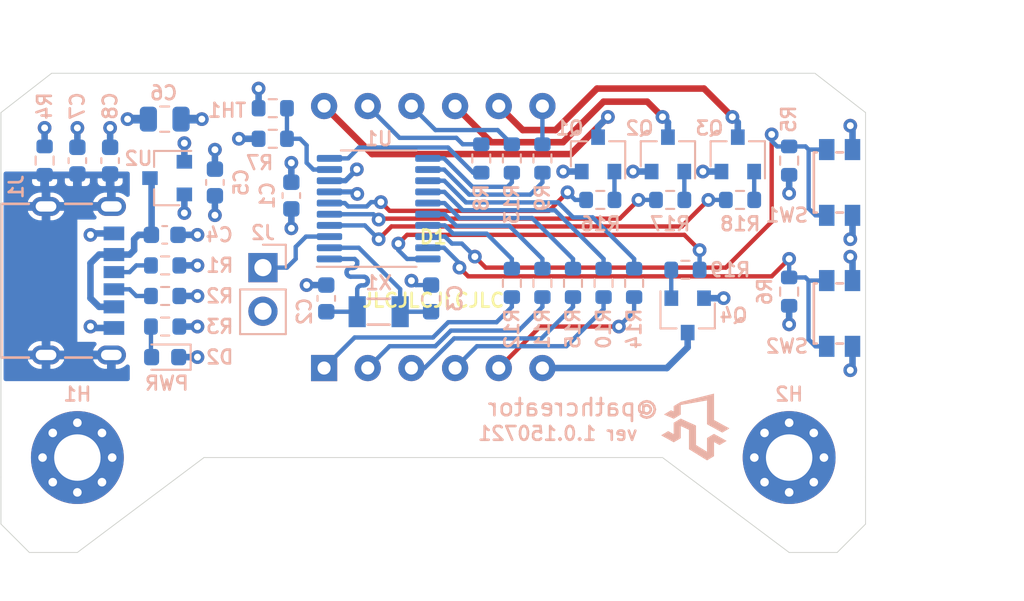
<source format=kicad_pcb>
(kicad_pcb (version 20171130) (host pcbnew "(5.1.10)-1")
  (title_block (title "Eternal Clock") (date 2021-07-15) (rev 1.0) (comment 2 "Victor B"))
  (layers (0 F.Cu signal) (1 In1.Cu_3.3V power) (2 In2.Cu_GND power) (31 B.Cu signal) (34 B.Paste user) (35 F.Paste user) (36 B.SilkS user) (37 F.SilkS user) (38 B.Mask user) (39 F.Mask user) (44 Edge.Cuts user))
  (net 0 "")
  (net 1 "/7-SEG DISPLAY/G")
  (net 2 "/7-SEG DISPLAY/F")
  (net 3 "/7-SEG DISPLAY/CC1")
  (net 4 "/7-SEG DISPLAY/A")
  (net 5 "/7-SEG DISPLAY/B")
  (net 6 "/7-SEG DISPLAY/DP")
  (net 7 "/7-SEG DISPLAY/C")
  (net 8 "/7-SEG DISPLAY/D")
  (net 9 "/7-SEG DISPLAY/E")
  (net 10 "/7-SEG DISPLAY/CC2")
  (net 11 "/7-SEG DISPLAY/CC3")
  (net 12 "/7-SEG DISPLAY/CC4")
  (net 13 GND)
  (net 14 +3V3)
  (net 15 +5V)
  (net 16 /LSE_IN)
  (net 17 /LSE_OUT)
  (net 18 "Net-(C7-Pad1)")
  (net 19 "Net-(J1-PadB5)")
  (net 20 "Net-(J1-PadA5)")
  (net 21 SWIM)
  (net 22 "Net-(Q1-Pad1)")
  (net 23 "Net-(Q2-Pad1)")
  (net 24 "Net-(Q3-Pad1)")
  (net 25 "Net-(Q4-Pad1)")
  (net 26 /BTN_UP)
  (net 27 /BTN_SET)
  (net 28 /ADC_TEMP)
  (net 29 /SEG_A)
  (net 30 /SEG_B)
  (net 31 /SEG_C)
  (net 32 /SEG_D)
  (net 33 /SEG_E)
  (net 34 /SEG_F)
  (net 35 /SEG_G)
  (net 36 /SEG_DP)
  (net 37 /DIG_1)
  (net 38 /DIG_2)
  (net 39 /DIG_3)
  (net 40 /DIG_4)
  (net 41 "Net-(D2-Pad2)")
  (module Package_TO_SOT_SMD:SOT-23 (layer B.Cu) (at 68.514 23.765 90)
    (fp_text reference Q3 (at 1.524 -1.651) (layer B.SilkS) (effects (font (size 0.8 0.8) (thickness 0.153)) (justify mirror)))
    (fp_text value 2N7002)
    (pad 3 smd rect (at 1 0 90) (size 0.9 0.8) (layers B.Cu B.Paste B.Mask) (net 11 "/7-SEG DISPLAY/CC3"))
    (pad 2 smd rect (at -1 -0.95 90) (size 0.9 0.8) (layers B.Cu B.Paste B.Mask) (net 13 GND))
    (pad 1 smd rect (at -1 0.95 90) (size 0.9 0.8) (layers B.Cu B.Paste B.Mask) (net 24 "Net-(Q3-Pad1)"))
  )
  (module _my_clock:logo_pathcreator (layer B.Cu) (at 66.04 39.624 180)
    (fp_text reference G*** hide)
    (fp_text value LOGO hide)
  )
  (module Package_SO:TSSOP-20_4.4x6.5mm_P0.65mm (layer B.Cu) (at 47.625 26.924)
    (fp_text reference U1 (at 0 -4.064) (layer B.SilkS) (effects (font (size 0.8 0.8) (thickness 0.153)) (justify mirror)))
    (fp_text value STM8L051F3P)
    (pad 20 smd roundrect (at 2.8625 2.925) (size 1.475 0.4) (layers B.Cu B.Paste B.Mask) (net 40 /DIG_4))
    (pad 19 smd roundrect (at 2.8625 2.275) (size 1.475 0.4) (layers B.Cu B.Paste B.Mask) (net 27 /BTN_SET))
    (pad 18 smd roundrect (at 2.8625 1.625) (size 1.475 0.4) (layers B.Cu B.Paste B.Mask) (net 26 /BTN_UP))
    (pad 17 smd roundrect (at 2.8625 0.975) (size 1.475 0.4) (layers B.Cu B.Paste B.Mask) (net 33 /SEG_E))
    (pad 16 smd roundrect (at 2.8625 0.325) (size 1.475 0.4) (layers B.Cu B.Paste B.Mask) (net 32 /SEG_D))
    (pad 15 smd roundrect (at 2.8625 -0.325) (size 1.475 0.4) (layers B.Cu B.Paste B.Mask) (net 36 /SEG_DP))
    (pad 14 smd roundrect (at 2.8625 -0.975) (size 1.475 0.4) (layers B.Cu B.Paste B.Mask) (net 31 /SEG_C))
    (pad 13 smd roundrect (at 2.8625 -1.625) (size 1.475 0.4) (layers B.Cu B.Paste B.Mask) (net 35 /SEG_G))
    (pad 12 smd roundrect (at 2.8625 -2.275) (size 1.475 0.4) (layers B.Cu B.Paste B.Mask) (net 30 /SEG_B))
    (pad 11 smd roundrect (at 2.8625 -2.925) (size 1.475 0.4) (layers B.Cu B.Paste B.Mask) (net 34 /SEG_F))
    (pad 10 smd roundrect (at -2.8625 -2.925) (size 1.475 0.4) (layers B.Cu B.Paste B.Mask) (net 29 /SEG_A))
    (pad 9 smd roundrect (at -2.8625 -2.275) (size 1.475 0.4) (layers B.Cu B.Paste B.Mask) (net 28 /ADC_TEMP))
    (pad 8 smd roundrect (at -2.8625 -1.625) (size 1.475 0.4) (layers B.Cu B.Paste B.Mask) (net 14 +3V3))
    (pad 7 smd roundrect (at -2.8625 -0.975) (size 1.475 0.4) (layers B.Cu B.Paste B.Mask) (net 13 GND))
    (pad 6 smd roundrect (at -2.8625 -0.325) (size 1.475 0.4) (layers B.Cu B.Paste B.Mask) (net 37 /DIG_1))
    (pad 5 smd roundrect (at -2.8625 0.325) (size 1.475 0.4) (layers B.Cu B.Paste B.Mask) (net 38 /DIG_2))
    (pad 4 smd roundrect (at -2.8625 0.975) (size 1.475 0.4) (layers B.Cu B.Paste B.Mask) (net 39 /DIG_3))
    (pad 3 smd roundrect (at -2.8625 1.625) (size 1.475 0.4) (layers B.Cu B.Paste B.Mask) (net 21 SWIM))
    (pad 2 smd roundrect (at -2.8625 2.275) (size 1.475 0.4) (layers B.Cu B.Paste B.Mask) (net 17 /LSE_OUT))
    (pad 1 smd roundrect (at -2.8625 2.925) (size 1.475 0.4) (layers B.Cu B.Paste B.Mask) (net 16 /LSE_IN))
  )
  (module Capacitor_SMD:C_0805_2012Metric (layer B.Cu) (at 35.179 21.717 180)
    (fp_text reference C6 (at 0.061 1.524) (layer B.SilkS) (effects (font (size 0.8 0.8) (thickness 0.153)) (justify mirror)))
    (fp_text value 10u)
    (pad 2 smd roundrect (at 0.95 0 180) (size 1 1.45) (layers B.Cu B.Paste B.Mask) (net 13 GND))
    (pad 1 smd roundrect (at -0.95 0 180) (size 1 1.45) (layers B.Cu B.Paste B.Mask) (net 14 +3V3))
  )
  (module LED_SMD:LED_0603_1608Metric (layer B.Cu) (at 35.2044 35.56 180)
    (fp_text reference D2 (at -3.175 0) (layer B.SilkS) (effects (font (size 0.8 0.8) (thickness 0.153)) (justify mirror)))
    (fp_text value TO-1608BC)
    (pad 2 smd roundrect (at 0.7875 0 180) (size 0.875 0.95) (layers B.Cu B.Paste B.Mask) (net 41 "Net-(D2-Pad2)"))
    (pad 1 smd roundrect (at -0.7875 0 180) (size 0.875 0.95) (layers B.Cu B.Paste B.Mask) (net 13 GND))
  )
  (module Connector_PinHeader_2.54mm:PinHeader_1x02_P2.54mm_Vertical (layer B.Cu) (at 40.894 30.353 180)
    (fp_text reference J2 (at 0 2.032) (layer B.SilkS) (effects (font (size 0.8 0.8) (thickness 0.153)) (justify mirror)))
    (fp_text value SWIM)
    (pad 2 thru_hole oval (at 0 -2.54 180) (size 1.7 1.7) (drill 1) (layers *.Cu *.Mask) (net 13 GND))
    (pad 1 thru_hole rect (at 0 0 180) (size 1.7 1.7) (drill 1) (layers *.Cu *.Mask) (net 21 SWIM))
  )
  (module Capacitor_SMD:C_0603_1608Metric (layer B.Cu) (at 32.004 24.13 90)
    (fp_text reference C8 (at 3.175 0 90) (layer B.SilkS) (effects (font (size 0.8 0.8) (thickness 0.153)) (justify mirror)))
    (fp_text value 10n)
    (pad 2 smd roundrect (at 0.775 0 90) (size 0.9 0.95) (layers B.Cu B.Paste B.Mask) (net 13 GND))
    (pad 1 smd roundrect (at -0.775 0 90) (size 0.9 0.95) (layers B.Cu B.Paste B.Mask) (net 18 "Net-(C7-Pad1)"))
  )
  (module Capacitor_SMD:C_0603_1608Metric (layer B.Cu) (at 30.099 24.13 90)
    (fp_text reference C7 (at 3.175 0 90) (layer B.SilkS) (effects (font (size 0.8 0.8) (thickness 0.153)) (justify mirror)))
    (fp_text value 0.1u)
    (pad 2 smd roundrect (at 0.775 0 90) (size 0.9 0.95) (layers B.Cu B.Paste B.Mask) (net 13 GND))
    (pad 1 smd roundrect (at -0.775 0 90) (size 0.9 0.95) (layers B.Cu B.Paste B.Mask) (net 18 "Net-(C7-Pad1)"))
  )
  (module Capacitor_SMD:C_0603_1608Metric (layer B.Cu) (at 50.673 32.144 90)
    (fp_text reference C3 (at 0.013 1.397 90) (layer B.SilkS) (effects (font (size 0.8 0.8) (thickness 0.153)) (justify mirror)))
    (fp_text value 12p)
    (pad 2 smd roundrect (at 0.775 0 90) (size 0.9 0.95) (layers B.Cu B.Paste B.Mask) (net 13 GND))
    (pad 1 smd roundrect (at -0.775 0 90) (size 0.9 0.95) (layers B.Cu B.Paste B.Mask) (net 17 /LSE_OUT))
  )
  (module Capacitor_SMD:C_0603_1608Metric (layer B.Cu) (at 44.577 32.144 90)
    (fp_text reference C2 (at -0.762 -1.27 90) (layer B.SilkS) (effects (font (size 0.8 0.8) (thickness 0.153)) (justify mirror)))
    (fp_text value 12p)
    (pad 2 smd roundrect (at 0.775 0 90) (size 0.9 0.95) (layers B.Cu B.Paste B.Mask) (net 13 GND))
    (pad 1 smd roundrect (at -0.775 0 90) (size 0.9 0.95) (layers B.Cu B.Paste B.Mask) (net 16 /LSE_IN))
  )
  (module Capacitor_SMD:C_0603_1608Metric (layer B.Cu) (at 38.1 25.4 90)
    (fp_text reference C5 (at 0 1.524 90) (layer B.SilkS) (effects (font (size 0.8 0.8) (thickness 0.153)) (justify mirror)))
    (fp_text value 1u)
    (pad 2 smd roundrect (at 0.775 0 90) (size 0.9 0.95) (layers B.Cu B.Paste B.Mask) (net 13 GND))
    (pad 1 smd roundrect (at -0.775 0 90) (size 0.9 0.95) (layers B.Cu B.Paste B.Mask) (net 14 +3V3))
  )
  (module Capacitor_SMD:C_0603_1608Metric (layer B.Cu) (at 35.179 28.448)
    (fp_text reference C4 (at 3.175 0) (layer B.SilkS) (effects (font (size 0.8 0.8) (thickness 0.153)) (justify mirror)))
    (fp_text value 1u)
    (pad 2 smd roundrect (at 0.775 0) (size 0.9 0.95) (layers B.Cu B.Paste B.Mask) (net 13 GND))
    (pad 1 smd roundrect (at -0.775 0) (size 0.9 0.95) (layers B.Cu B.Paste B.Mask) (net 15 +5V))
  )
  (module Capacitor_SMD:C_0603_1608Metric (layer B.Cu) (at 42.545 26.162 270)
    (fp_text reference C1 (at 0 1.397 90) (layer B.SilkS) (effects (font (size 0.8 0.8) (thickness 0.153)) (justify mirror)))
    (fp_text value 0.1u)
    (pad 2 smd roundrect (at 0.775 0 270) (size 0.9 0.95) (layers B.Cu B.Paste B.Mask) (net 13 GND))
    (pad 1 smd roundrect (at -0.775 0 270) (size 0.9 0.95) (layers B.Cu B.Paste B.Mask) (net 14 +3V3))
  )
  (module Resistor_SMD:R_0603_1608Metric (layer B.Cu) (at 68.644 26.416 180)
    (fp_text reference R18 (at -0.0122 -1.397) (layer B.SilkS) (effects (font (size 0.8 0.8) (thickness 0.153)) (justify mirror)))
    (fp_text value 10k)
    (pad 2 smd roundrect (at 0.825 0 180) (size 0.8 0.95) (layers B.Cu B.Paste B.Mask) (net 39 /DIG_3))
    (pad 1 smd roundrect (at -0.825 0 180) (size 0.8 0.95) (layers B.Cu B.Paste B.Mask) (net 24 "Net-(Q3-Pad1)"))
  )
  (module Resistor_SMD:R_0603_1608Metric (layer B.Cu) (at 41.465 21.082 180)
    (fp_text reference TH1 (at 2.667 -0.127) (layer B.SilkS) (effects (font (size 0.8 0.8) (thickness 0.153)) (justify mirror)))
    (fp_text value B57330V2103F260)
    (pad 2 smd roundrect (at 0.825 0 180) (size 0.8 0.95) (layers B.Cu B.Paste B.Mask) (net 13 GND))
    (pad 1 smd roundrect (at -0.825 0 180) (size 0.8 0.95) (layers B.Cu B.Paste B.Mask) (net 28 /ADC_TEMP))
  )
  (module Resistor_SMD:R_0603_1608Metric (layer B.Cu) (at 65.468 30.48)
    (fp_text reference R19 (at 2.604 0) (layer B.SilkS) (effects (font (size 0.8 0.8) (thickness 0.153)) (justify mirror)))
    (fp_text value 10k)
    (pad 2 smd roundrect (at 0.825 0) (size 0.8 0.95) (layers B.Cu B.Paste B.Mask) (net 40 /DIG_4))
    (pad 1 smd roundrect (at -0.825 0) (size 0.8 0.95) (layers B.Cu B.Paste B.Mask) (net 25 "Net-(Q4-Pad1)"))
  )
  (module Resistor_SMD:R_0603_1608Metric (layer B.Cu) (at 64.58 26.416 180)
    (fp_text reference R17 (at 0 -1.397) (layer B.SilkS) (effects (font (size 0.8 0.8) (thickness 0.153)) (justify mirror)))
    (fp_text value 10k)
    (pad 2 smd roundrect (at 0.825 0 180) (size 0.8 0.95) (layers B.Cu B.Paste B.Mask) (net 38 /DIG_2))
    (pad 1 smd roundrect (at -0.825 0 180) (size 0.8 0.95) (layers B.Cu B.Paste B.Mask) (net 23 "Net-(Q2-Pad1)"))
  )
  (module Resistor_SMD:R_0603_1608Metric (layer B.Cu) (at 60.516 26.416 180)
    (fp_text reference R16 (at -0.0122 -1.397) (layer B.SilkS) (effects (font (size 0.8 0.8) (thickness 0.153)) (justify mirror)))
    (fp_text value 10k)
    (pad 2 smd roundrect (at 0.825 0 180) (size 0.8 0.95) (layers B.Cu B.Paste B.Mask) (net 37 /DIG_1))
    (pad 1 smd roundrect (at -0.825 0 180) (size 0.8 0.95) (layers B.Cu B.Paste B.Mask) (net 22 "Net-(Q1-Pad1)"))
  )
  (module Resistor_SMD:R_0603_1608Metric (layer B.Cu) (at 58.928 31.242 90)
    (fp_text reference R15 (at -2.667 0 90) (layer B.SilkS) (effects (font (size 0.8 0.8) (thickness 0.153)) (justify mirror)))
    (fp_text value 330)
    (pad 2 smd roundrect (at 0.825 0 90) (size 0.8 0.95) (layers B.Cu B.Paste B.Mask) (net 36 /SEG_DP))
    (pad 1 smd roundrect (at -0.825 0 90) (size 0.8 0.95) (layers B.Cu B.Paste B.Mask) (net 6 "/7-SEG DISPLAY/DP"))
  )
  (module Resistor_SMD:R_0603_1608Metric (layer B.Cu) (at 62.484 31.242 90)
    (fp_text reference R14 (at -2.667 0 90) (layer B.SilkS) (effects (font (size 0.8 0.8) (thickness 0.153)) (justify mirror)))
    (fp_text value 330)
    (pad 2 smd roundrect (at 0.825 0 90) (size 0.8 0.95) (layers B.Cu B.Paste B.Mask) (net 35 /SEG_G))
    (pad 1 smd roundrect (at -0.825 0 90) (size 0.8 0.95) (layers B.Cu B.Paste B.Mask) (net 1 "/7-SEG DISPLAY/G"))
  )
  (module Resistor_SMD:R_0603_1608Metric (layer B.Cu) (at 55.372 24.003 270)
    (fp_text reference R13 (at 2.667 0 90) (layer B.SilkS) (effects (font (size 0.8 0.8) (thickness 0.153)) (justify mirror)))
    (fp_text value 330)
    (pad 2 smd roundrect (at 0.825 0 270) (size 0.8 0.95) (layers B.Cu B.Paste B.Mask) (net 34 /SEG_F))
    (pad 1 smd roundrect (at -0.825 0 270) (size 0.8 0.95) (layers B.Cu B.Paste B.Mask) (net 2 "/7-SEG DISPLAY/F"))
  )
  (module Resistor_SMD:R_0603_1608Metric (layer B.Cu) (at 55.372 31.242 90)
    (fp_text reference R12 (at -2.667 0 90) (layer B.SilkS) (effects (font (size 0.8 0.8) (thickness 0.153)) (justify mirror)))
    (fp_text value 330)
    (pad 2 smd roundrect (at 0.825 0 90) (size 0.8 0.95) (layers B.Cu B.Paste B.Mask) (net 33 /SEG_E))
    (pad 1 smd roundrect (at -0.825 0 90) (size 0.8 0.95) (layers B.Cu B.Paste B.Mask) (net 9 "/7-SEG DISPLAY/E"))
  )
  (module Resistor_SMD:R_0603_1608Metric (layer B.Cu) (at 57.15 31.242 90)
    (fp_text reference R11 (at -2.667 0 90) (layer B.SilkS) (effects (font (size 0.8 0.8) (thickness 0.153)) (justify mirror)))
    (fp_text value 330)
    (pad 2 smd roundrect (at 0.825 0 90) (size 0.8 0.95) (layers B.Cu B.Paste B.Mask) (net 32 /SEG_D))
    (pad 1 smd roundrect (at -0.825 0 90) (size 0.8 0.95) (layers B.Cu B.Paste B.Mask) (net 8 "/7-SEG DISPLAY/D"))
  )
  (module Resistor_SMD:R_0603_1608Metric (layer B.Cu) (at 60.706 31.242 90)
    (fp_text reference R10 (at -2.667 0 90) (layer B.SilkS) (effects (font (size 0.8 0.8) (thickness 0.153)) (justify mirror)))
    (fp_text value 330)
    (pad 2 smd roundrect (at 0.825 0 90) (size 0.8 0.95) (layers B.Cu B.Paste B.Mask) (net 31 /SEG_C))
    (pad 1 smd roundrect (at -0.825 0 90) (size 0.8 0.95) (layers B.Cu B.Paste B.Mask) (net 7 "/7-SEG DISPLAY/C"))
  )
  (module Resistor_SMD:R_0603_1608Metric (layer B.Cu) (at 57.15 24.003 270)
    (fp_text reference R9 (at 2.286 0 90) (layer B.SilkS) (effects (font (size 0.8 0.8) (thickness 0.153)) (justify mirror)))
    (fp_text value 330)
    (pad 2 smd roundrect (at 0.825 0 270) (size 0.8 0.95) (layers B.Cu B.Paste B.Mask) (net 30 /SEG_B))
    (pad 1 smd roundrect (at -0.825 0 270) (size 0.8 0.95) (layers B.Cu B.Paste B.Mask) (net 5 "/7-SEG DISPLAY/B"))
  )
  (module Resistor_SMD:R_0603_1608Metric (layer B.Cu) (at 53.594 24.003 270)
    (fp_text reference R8 (at 2.286 0 90) (layer B.SilkS) (effects (font (size 0.8 0.8) (thickness 0.153)) (justify mirror)))
    (fp_text value 330)
    (pad 2 smd roundrect (at 0.825 0 270) (size 0.8 0.95) (layers B.Cu B.Paste B.Mask) (net 29 /SEG_A))
    (pad 1 smd roundrect (at -0.825 0 270) (size 0.8 0.95) (layers B.Cu B.Paste B.Mask) (net 4 "/7-SEG DISPLAY/A"))
  )
  (module Resistor_SMD:R_0603_1608Metric (layer B.Cu) (at 41.465 22.86)
    (fp_text reference R7 (at -0.762 1.397 180) (layer B.SilkS) (effects (font (size 0.8 0.8) (thickness 0.153)) (justify mirror)))
    (fp_text value 10k)
    (pad 2 smd roundrect (at 0.825 0) (size 0.8 0.95) (layers B.Cu B.Paste B.Mask) (net 28 /ADC_TEMP))
    (pad 1 smd roundrect (at -0.825 0) (size 0.8 0.95) (layers B.Cu B.Paste B.Mask) (net 14 +3V3))
  )
  (module Resistor_SMD:R_0603_1608Metric (layer B.Cu) (at 71.501 31.75 90)
    (fp_text reference R6 (at 0 -1.4224 90) (layer B.SilkS) (effects (font (size 0.8 0.8) (thickness 0.153)) (justify mirror)))
    (fp_text value 10k)
    (pad 2 smd roundrect (at 0.825 0 90) (size 0.8 0.95) (layers B.Cu B.Paste B.Mask) (net 27 /BTN_SET))
    (pad 1 smd roundrect (at -0.825 0 90) (size 0.8 0.95) (layers B.Cu B.Paste B.Mask) (net 14 +3V3))
  )
  (module Resistor_SMD:R_0603_1608Metric (layer B.Cu) (at 71.501 24.13 90)
    (fp_text reference R5 (at 2.413 -0.0254 90) (layer B.SilkS) (effects (font (size 0.8 0.8) (thickness 0.153)) (justify mirror)))
    (fp_text value 10k)
    (pad 2 smd roundrect (at 0.825 0 90) (size 0.8 0.95) (layers B.Cu B.Paste B.Mask) (net 26 /BTN_UP))
    (pad 1 smd roundrect (at -0.825 0 90) (size 0.8 0.95) (layers B.Cu B.Paste B.Mask) (net 14 +3V3))
  )
  (module Resistor_SMD:R_0603_1608Metric (layer B.Cu) (at 28.194 24.13 90)
    (fp_text reference R4 (at 3.175 0 90) (layer B.SilkS) (effects (font (size 0.8 0.8) (thickness 0.153)) (justify mirror)))
    (fp_text value 1M)
    (pad 2 smd roundrect (at 0.825 0 90) (size 0.8 0.95) (layers B.Cu B.Paste B.Mask) (net 13 GND))
    (pad 1 smd roundrect (at -0.825 0 90) (size 0.8 0.95) (layers B.Cu B.Paste B.Mask) (net 18 "Net-(C7-Pad1)"))
  )
  (module Resistor_SMD:R_0603_1608Metric (layer B.Cu) (at 35.2044 32.004)
    (fp_text reference R2 (at 3.175 0) (layer B.SilkS) (effects (font (size 0.8 0.8) (thickness 0.153)) (justify mirror)))
    (fp_text value 5.1k)
    (pad 2 smd roundrect (at 0.825 0) (size 0.8 0.95) (layers B.Cu B.Paste B.Mask) (net 13 GND))
    (pad 1 smd roundrect (at -0.825 0) (size 0.8 0.95) (layers B.Cu B.Paste B.Mask) (net 20 "Net-(J1-PadA5)"))
  )
  (module Resistor_SMD:R_0603_1608Metric (layer B.Cu) (at 35.2044 30.226)
    (fp_text reference R1 (at 3.175 0) (layer B.SilkS) (effects (font (size 0.8 0.8) (thickness 0.153)) (justify mirror)))
    (fp_text value 5.1k)
    (pad 2 smd roundrect (at 0.825 0) (size 0.8 0.95) (layers B.Cu B.Paste B.Mask) (net 13 GND))
    (pad 1 smd roundrect (at -0.825 0) (size 0.8 0.95) (layers B.Cu B.Paste B.Mask) (net 19 "Net-(J1-PadB5)"))
  )
  (module Resistor_SMD:R_0603_1608Metric (layer B.Cu) (at 35.2044 33.782 180)
    (fp_text reference R3 (at -3.175 0) (layer B.SilkS) (effects (font (size 0.8 0.8) (thickness 0.153)) (justify mirror)))
    (fp_text value 330)
    (pad 2 smd roundrect (at 0.825 0 180) (size 0.8 0.95) (layers B.Cu B.Paste B.Mask) (net 41 "Net-(D2-Pad2)"))
    (pad 1 smd roundrect (at -0.825 0 180) (size 0.8 0.95) (layers B.Cu B.Paste B.Mask) (net 14 +3V3))
  )
  (module Package_TO_SOT_SMD:SOT-23 (layer B.Cu) (at 60.386 23.765 90)
    (fp_text reference Q1 (at 1.524 -1.651) (layer B.SilkS) (effects (font (size 0.8 0.8) (thickness 0.153)) (justify mirror)))
    (fp_text value BC817)
    (pad 3 smd rect (at 1 0 90) (size 0.9 0.8) (layers B.Cu B.Paste B.Mask) (net 3 "/7-SEG DISPLAY/CC1"))
    (pad 2 smd rect (at -1 -0.95 90) (size 0.9 0.8) (layers B.Cu B.Paste B.Mask) (net 13 GND))
    (pad 1 smd rect (at -1 0.95 90) (size 0.9 0.8) (layers B.Cu B.Paste B.Mask) (net 22 "Net-(Q1-Pad1)"))
  )
  (module Package_TO_SOT_SMD:SOT-23 (layer B.Cu) (at 65.598 33.131 270)
    (fp_text reference Q4 (at 0 -2.667 180) (layer B.SilkS) (effects (font (size 0.8 0.8) (thickness 0.153)) (justify mirror)))
    (fp_text value BC817)
    (pad 3 smd rect (at 1 0 270) (size 0.9 0.8) (layers B.Cu B.Paste B.Mask) (net 12 "/7-SEG DISPLAY/CC4"))
    (pad 2 smd rect (at -1 -0.95 270) (size 0.9 0.8) (layers B.Cu B.Paste B.Mask) (net 13 GND))
    (pad 1 smd rect (at -1 0.95 270) (size 0.9 0.8) (layers B.Cu B.Paste B.Mask) (net 25 "Net-(Q4-Pad1)"))
  )
  (module Package_TO_SOT_SMD:SOT-23 (layer B.Cu) (at 35.322 25.146 180)
    (fp_text reference U2 (at 1.667 1.143) (layer B.SilkS) (effects (font (size 0.8 0.8) (thickness 0.153)) (justify mirror)))
    (fp_text value XC6206P332MR)
    (pad 3 smd rect (at 1 0 180) (size 0.9 0.8) (layers B.Cu B.Paste B.Mask) (net 15 +5V))
    (pad 2 smd rect (at -1 -0.95 180) (size 0.9 0.8) (layers B.Cu B.Paste B.Mask) (net 14 +3V3))
    (pad 1 smd rect (at -1 0.95 180) (size 0.9 0.8) (layers B.Cu B.Paste B.Mask) (net 13 GND))
  )
  (module Package_TO_SOT_SMD:SOT-23 (layer B.Cu) (at 64.45 23.765 90)
    (fp_text reference Q2 (at 1.524 -1.651) (layer B.SilkS) (effects (font (size 0.8 0.8) (thickness 0.153)) (justify mirror)))
    (fp_text value BC817)
    (pad 3 smd rect (at 1 0 90) (size 0.9 0.8) (layers B.Cu B.Paste B.Mask) (net 10 "/7-SEG DISPLAY/CC2"))
    (pad 2 smd rect (at -1 -0.95 90) (size 0.9 0.8) (layers B.Cu B.Paste B.Mask) (net 13 GND))
    (pad 1 smd rect (at -1 0.95 90) (size 0.9 0.8) (layers B.Cu B.Paste B.Mask) (net 23 "Net-(Q2-Pad1)"))
  )
  (module _my_clock:CC56-12SRWA (layer F.Cu) (at 50.8 28.575)
    (fp_text reference D1 (at 0 0) (layer F.SilkS) (effects (font (size 0.8 0.8) (thickness 0.153))))
    (fp_text value CC56-12SRWA)
    (pad 12 thru_hole circle (at -6.35 -7.62 270) (size 1.524 1.524) (drill 0.762) (layers *.Cu *.Mask) (net 3 "/7-SEG DISPLAY/CC1"))
    (pad 11 thru_hole circle (at -3.81 -7.62 270) (size 1.524 1.524) (drill 0.762) (layers *.Cu *.Mask) (net 4 "/7-SEG DISPLAY/A"))
    (pad 10 thru_hole circle (at -1.27 -7.62 270) (size 1.524 1.524) (drill 0.762) (layers *.Cu *.Mask) (net 2 "/7-SEG DISPLAY/F"))
    (pad 9 thru_hole circle (at 1.27 -7.62 270) (size 1.524 1.524) (drill 0.762) (layers *.Cu *.Mask) (net 10 "/7-SEG DISPLAY/CC2"))
    (pad 8 thru_hole circle (at 3.81 -7.62 270) (size 1.524 1.524) (drill 0.762) (layers *.Cu *.Mask) (net 11 "/7-SEG DISPLAY/CC3"))
    (pad 7 thru_hole circle (at 6.35 -7.62 270) (size 1.524 1.524) (drill 0.762) (layers *.Cu *.Mask) (net 5 "/7-SEG DISPLAY/B"))
    (pad 6 thru_hole circle (at 6.35 7.62 90) (size 1.524 1.524) (drill 0.762) (layers *.Cu *.Mask) (net 12 "/7-SEG DISPLAY/CC4"))
    (pad 5 thru_hole circle (at 3.81 7.62 90) (size 1.524 1.524) (drill 0.762) (layers *.Cu *.Mask) (net 1 "/7-SEG DISPLAY/G"))
    (pad 4 thru_hole circle (at 1.27 7.62 90) (size 1.524 1.524) (drill 0.762) (layers *.Cu *.Mask) (net 7 "/7-SEG DISPLAY/C"))
    (pad 3 thru_hole circle (at -1.27 7.62 90) (size 1.524 1.524) (drill 0.762) (layers *.Cu *.Mask) (net 6 "/7-SEG DISPLAY/DP"))
    (pad 2 thru_hole circle (at -3.81 7.62 90) (size 1.524 1.524) (drill 0.762) (layers *.Cu *.Mask) (net 8 "/7-SEG DISPLAY/D"))
    (pad 1 thru_hole rect (at -6.35 7.62 90) (size 1.524 1.524) (drill 0.762) (layers *.Cu *.Mask) (net 9 "/7-SEG DISPLAY/E"))
  )
  (module _my_clock:FC-135 (layer B.Cu) (at 47.625 32.9184)
    (fp_text reference X1 (at 0 -1.6764) (layer B.SilkS) (effects (font (size 0.8 0.8) (thickness 0.153)) (justify mirror)))
    (fp_text value FC-135)
    (pad 2 smd rect (at 1.25 0) (size 1 1.8) (layers B.Cu B.Paste B.Mask) (net 17 /LSE_OUT))
    (pad 1 smd rect (at -1.25 0) (size 1 1.8) (layers B.Cu B.Paste B.Mask) (net 16 /LSE_IN))
  )
  (module _my_clock:SW_Push_KLS7-TS5401 (layer B.Cu) (at 74.4364 33.02 270)
    (fp_text reference SW2 (at 1.905 3.0624 180) (layer B.SilkS) (effects (font (size 0.8 0.8) (thickness 0.153)) (justify mirror)))
    (fp_text value KLS7-TS5401)
    (pad "" np_thru_hole circle (at 0 -0.9 270) (size 0.6 0.6) (drill 0.6) (layers *.Cu *.Mask))
    (pad "" np_thru_hole circle (at 0 0.9 270) (size 0.6 0.6) (drill 0.6) (layers *.Cu *.Mask))
    (pad 4 smd rect (at -1.9125 -0.75 270) (size 1.225 0.9) (layers B.Cu B.Paste B.Mask) (net 13 GND))
    (pad 3 smd rect (at 1.9125 -0.75 270) (size 1.225 0.9) (layers B.Cu B.Paste B.Mask) (net 13 GND))
    (pad 2 smd rect (at 1.9125 0.75 270) (size 1.225 0.9) (layers B.Cu B.Paste B.Mask) (net 27 /BTN_SET))
    (pad 1 smd rect (at -1.9125 0.75 270) (size 1.225 0.9) (layers B.Cu B.Paste B.Mask) (net 27 /BTN_SET))
  )
  (module _my_clock:SW_Push_KLS7-TS5401 (layer B.Cu) (at 74.4364 25.4 270)
    (fp_text reference SW1 (at 1.905 3.0624) (layer B.SilkS) (effects (font (size 0.8 0.8) (thickness 0.153)) (justify mirror)))
    (fp_text value KLS7-TS5401)
    (pad "" np_thru_hole circle (at 0 -0.9 270) (size 0.6 0.6) (drill 0.6) (layers *.Cu *.Mask))
    (pad "" np_thru_hole circle (at 0 0.9 270) (size 0.6 0.6) (drill 0.6) (layers *.Cu *.Mask))
    (pad 4 smd rect (at -1.9125 -0.75 270) (size 1.225 0.9) (layers B.Cu B.Paste B.Mask) (net 13 GND))
    (pad 3 smd rect (at 1.9125 -0.75 270) (size 1.225 0.9) (layers B.Cu B.Paste B.Mask) (net 13 GND))
    (pad 2 smd rect (at 1.9125 0.75 270) (size 1.225 0.9) (layers B.Cu B.Paste B.Mask) (net 26 /BTN_UP))
    (pad 1 smd rect (at -1.9125 0.75 270) (size 1.225 0.9) (layers B.Cu B.Paste B.Mask) (net 26 /BTN_UP))
  )
  (module _my_clock:TYPE-C-31-M-17 (layer B.Cu) (at 30.1752 31.115 90)
    (fp_text reference J1 (at 5.461 -3.6322 90) (layer B.SilkS) (effects (font (size 0.8 0.8) (thickness 0.153)) (justify mirror)))
    (fp_text value TYPE-C-31-M-17)
    (pad S1 thru_hole oval (at -4.32 -1.9 90) (size 1.1 1.7) (drill oval 0.6 1.2) (layers *.Cu *.Mask) (net 18 "Net-(C7-Pad1)"))
    (pad S1 thru_hole oval (at -4.32 1.9 90) (size 1.1 1.7) (drill oval 0.6 1.2) (layers *.Cu *.Mask) (net 18 "Net-(C7-Pad1)"))
    (pad S1 thru_hole oval (at 4.32 -1.9 90) (size 1.1 1.7) (drill oval 0.6 1.2) (layers *.Cu *.Mask) (net 18 "Net-(C7-Pad1)"))
    (pad A12 smd rect (at 2.75 2.05 90) (size 0.8 1.2) (layers B.Cu B.Paste B.Mask) (net 13 GND))
    (pad A9 smd rect (at 1.52 2.05 90) (size 0.76 1.2) (layers B.Cu B.Paste B.Mask) (net 15 +5V))
    (pad B5 smd rect (at 0.5 2.05 90) (size 0.7 1.2) (layers B.Cu B.Paste B.Mask) (net 19 "Net-(J1-PadB5)"))
    (pad A5 smd rect (at -0.5 2.05 90) (size 0.7 1.2) (layers B.Cu B.Paste B.Mask) (net 20 "Net-(J1-PadA5)"))
    (pad B9 smd rect (at -1.52 2.05 90) (size 0.76 1.2) (layers B.Cu B.Paste B.Mask) (net 15 +5V))
    (pad S1 thru_hole oval (at 4.32 1.9 90) (size 1.1 1.7) (drill oval 0.6 1.2) (layers *.Cu *.Mask) (net 18 "Net-(C7-Pad1)"))
    (pad B12 smd rect (at -2.75 2.05 90) (size 0.8 1.2) (layers B.Cu B.Paste B.Mask) (net 13 GND))
  )
  (module MountingHole:MountingHole_2.7mm_Pad_Via (layer B.Cu) (at 71.501 41.402 180)
    (fp_text reference H2 (at 0 3.683) (layer B.SilkS) (effects (font (size 0.8 0.8) (thickness 0.153)) (justify mirror)))
    (fp_text value M2.5)
    (pad 1 thru_hole circle (at 0 0 180) (size 5.4 5.4) (drill 2.7) (layers *.Cu *.Mask))
    (pad 1 thru_hole circle (at 2.025 0 180) (size 0.8 0.8) (drill 0.5) (layers *.Cu *.Mask))
    (pad 1 thru_hole circle (at 1.431891 -1.431891 180) (size 0.8 0.8) (drill 0.5) (layers *.Cu *.Mask))
    (pad 1 thru_hole circle (at 0 -2.025 180) (size 0.8 0.8) (drill 0.5) (layers *.Cu *.Mask))
    (pad 1 thru_hole circle (at -1.431891 -1.431891 180) (size 0.8 0.8) (drill 0.5) (layers *.Cu *.Mask))
    (pad 1 thru_hole circle (at -2.025 0 180) (size 0.8 0.8) (drill 0.5) (layers *.Cu *.Mask))
    (pad 1 thru_hole circle (at -1.431891 1.431891 180) (size 0.8 0.8) (drill 0.5) (layers *.Cu *.Mask))
    (pad 1 thru_hole circle (at 0 2.025 180) (size 0.8 0.8) (drill 0.5) (layers *.Cu *.Mask))
    (pad 1 thru_hole circle (at 1.431891 1.431891 180) (size 0.8 0.8) (drill 0.5) (layers *.Cu *.Mask))
  )
  (module MountingHole:MountingHole_2.7mm_Pad_Via (layer B.Cu) (at 30.099 41.402)
    (fp_text reference H1 (at 0 -3.683) (layer B.SilkS) (effects (font (size 0.8 0.8) (thickness 0.153)) (justify mirror)))
    (fp_text value M2.5)
    (pad 1 thru_hole circle (at 0 0) (size 5.4 5.4) (drill 2.7) (layers *.Cu *.Mask))
    (pad 1 thru_hole circle (at 2.025 0) (size 0.8 0.8) (drill 0.5) (layers *.Cu *.Mask))
    (pad 1 thru_hole circle (at 1.431891 -1.431891) (size 0.8 0.8) (drill 0.5) (layers *.Cu *.Mask))
    (pad 1 thru_hole circle (at 0 -2.025) (size 0.8 0.8) (drill 0.5) (layers *.Cu *.Mask))
    (pad 1 thru_hole circle (at -1.431891 -1.431891) (size 0.8 0.8) (drill 0.5) (layers *.Cu *.Mask))
    (pad 1 thru_hole circle (at -2.025 0) (size 0.8 0.8) (drill 0.5) (layers *.Cu *.Mask))
    (pad 1 thru_hole circle (at -1.431891 1.431891) (size 0.8 0.8) (drill 0.5) (layers *.Cu *.Mask))
    (pad 1 thru_hole circle (at 0 2.025) (size 0.8 0.8) (drill 0.5) (layers *.Cu *.Mask))
    (pad 1 thru_hole circle (at 1.431891 1.431891) (size 0.8 0.8) (drill 0.5) (layers *.Cu *.Mask))
  )
  (gr_text JLCJLCJLCJLC (at 50.8 32.258) (layer F.SilkS) (effects (font (size 0.8 0.8) (thickness 0.153))))
  (gr_text @pathcreator (at 58.928 38.481) (layer B.SilkS) (effects (font (size 1 1) (thickness 0.153)) (justify mirror)))
  (gr_text "ver 1.0.150721" (at 58.039 40.005) (layer B.SilkS) (effects (font (size 0.8 0.8) (thickness 0.153)) (justify mirror)))
  (gr_line (start 71.501 46.922) (end 74.295 46.922) (layer Edge.Cuts) (width 0.05))
  (gr_text PWR (at 35.306 37.084) (layer B.SilkS) (effects (font (size 0.8 0.8) (thickness 0.153)) (justify mirror)))
  (gr_line (start 25.654 21.336) (end 28.6004 19.05) (layer Edge.Cuts) (width 0.05))
  (gr_line (start 72.9996 19.05) (end 75.946 21.336) (layer Edge.Cuts) (width 0.05))
  (gr_line (start 75.946 45.271) (end 75.946 42.545) (layer Edge.Cuts) (width 0.05))
  (gr_line (start 75.946 45.271) (end 74.295 46.922) (layer Edge.Cuts) (width 0.05))
  (gr_line (start 64.135 41.402) (end 71.501 46.922) (layer Edge.Cuts) (width 0.05))
  (gr_line (start 30.099 46.922) (end 37.465 41.402) (layer Edge.Cuts) (width 0.05))
  (gr_line (start 27.305 46.922) (end 30.099 46.922) (layer Edge.Cuts) (width 0.05))
  (gr_line (start 25.654 45.271) (end 27.305 46.922) (layer Edge.Cuts) (width 0.05))
  (gr_line (start 25.654 42.545) (end 25.654 45.271) (layer Edge.Cuts) (width 0.05))
  (gr_line (start 25.654 42.545) (end 25.654 21.336) (layer Edge.Cuts) (width 0.05))
  (gr_line (start 37.465 41.402) (end 64.135 41.402) (layer Edge.Cuts) (width 0.05))
  (gr_line (start 75.946 21.336) (end 75.946 42.545) (layer Edge.Cuts) (width 0.05))
  (gr_line (start 28.6004 19.05) (end 72.9996 19.05) (layer Edge.Cuts) (width 0.05))
  (via (at 61.595 33.782) (size 0.8) (drill 0.4) (layers F.Cu B.Cu) (net 1))
  (segment (start 62.484 32.893) (end 61.595 33.782) (width 0.254) (layer B.Cu) (net 1))
  (segment (start 62.484 32.067) (end 62.484 32.893) (width 0.254) (layer B.Cu) (net 1))
  (segment (start 57.023 33.782) (end 54.61 36.195) (width 0.254) (layer F.Cu) (net 1))
  (segment (start 61.595 33.782) (end 57.023 33.782) (width 0.254) (layer F.Cu) (net 1))
  (segment (start 55.372 23.178) (end 54.546 22.352) (width 0.254) (layer B.Cu) (net 2))
  (segment (start 50.927 22.352) (end 49.53 20.955) (width 0.254) (layer B.Cu) (net 2))
  (segment (start 54.546 22.352) (end 50.927 22.352) (width 0.254) (layer B.Cu) (net 2))
  (via (at 60.96 21.590002) (size 0.8) (drill 0.4) (layers F.Cu B.Cu) (net 3))
  (segment (start 60.386 22.765) (end 60.386 22.164002) (width 0.381) (layer B.Cu) (net 3))
  (segment (start 60.386 22.164002) (end 60.96 21.590002) (width 0.381) (layer B.Cu) (net 3))
  (segment (start 60.959998 21.590002) (end 60.96 21.590002) (width 0.381) (layer F.Cu) (net 3))
  (segment (start 58.801 23.749) (end 60.959998 21.590002) (width 0.381) (layer F.Cu) (net 3))
  (segment (start 47.244 23.749) (end 58.801 23.749) (width 0.381) (layer F.Cu) (net 3))
  (segment (start 44.45 20.955) (end 47.244 23.749) (width 0.381) (layer F.Cu) (net 3))
  (segment (start 48.841011 22.806011) (end 46.99 20.955) (width 0.254) (layer B.Cu) (net 4))
  (segment (start 52.143011 22.806011) (end 48.841011 22.806011) (width 0.254) (layer B.Cu) (net 4))
  (segment (start 52.515 23.178) (end 52.143011 22.806011) (width 0.254) (layer B.Cu) (net 4))
  (segment (start 53.594 23.178) (end 52.515 23.178) (width 0.254) (layer B.Cu) (net 4))
  (segment (start 57.15 23.178) (end 57.15 20.955) (width 0.254) (layer B.Cu) (net 5))
  (segment (start 58.928 32.639) (end 58.928 32.067) (width 0.254) (layer B.Cu) (net 6))
  (segment (start 57.096011 34.470989) (end 58.928 32.639) (width 0.254) (layer B.Cu) (net 6))
  (segment (start 52.016011 34.470989) (end 57.096011 34.470989) (width 0.254) (layer B.Cu) (net 6))
  (segment (start 50.292 36.195) (end 52.016011 34.470989) (width 0.254) (layer B.Cu) (net 6))
  (segment (start 49.53 36.195) (end 50.292 36.195) (width 0.254) (layer B.Cu) (net 6))
  (segment (start 60.706 32.766) (end 60.706 32.067) (width 0.254) (layer B.Cu) (net 7))
  (segment (start 58.547 34.925) (end 60.706 32.766) (width 0.254) (layer B.Cu) (net 7))
  (segment (start 52.07 36.195) (end 53.34 34.925) (width 0.254) (layer B.Cu) (net 7))
  (segment (start 53.34 34.925) (end 58.547 34.925) (width 0.254) (layer B.Cu) (net 7))
  (segment (start 57.15 32.639) (end 57.15 32.067) (width 0.254) (layer B.Cu) (net 8))
  (segment (start 55.772022 34.016978) (end 57.15 32.639) (width 0.254) (layer B.Cu) (net 8))
  (segment (start 51.827954 34.016978) (end 55.772022 34.016978) (width 0.254) (layer B.Cu) (net 8))
  (segment (start 50.919932 34.925) (end 51.827954 34.016978) (width 0.254) (layer B.Cu) (net 8))
  (segment (start 48.26 34.925) (end 50.919932 34.925) (width 0.254) (layer B.Cu) (net 8))
  (segment (start 46.99 36.195) (end 48.26 34.925) (width 0.254) (layer B.Cu) (net 8))
  (segment (start 55.372 32.639) (end 55.372 32.067) (width 0.254) (layer B.Cu) (net 9))
  (segment (start 54.483 33.528) (end 55.372 32.639) (width 0.254) (layer B.Cu) (net 9))
  (segment (start 51.674864 33.528) (end 54.483 33.528) (width 0.254) (layer B.Cu) (net 9))
  (segment (start 50.785864 34.417) (end 51.674864 33.528) (width 0.254) (layer B.Cu) (net 9))
  (segment (start 46.228 34.417) (end 50.785864 34.417) (width 0.254) (layer B.Cu) (net 9))
  (segment (start 44.45 36.195) (end 46.228 34.417) (width 0.254) (layer B.Cu) (net 9))
  (via (at 64.135 21.59) (size 0.8) (drill 0.4) (layers F.Cu B.Cu) (net 10))
  (segment (start 64.45 22.765) (end 64.45 21.905) (width 0.381) (layer B.Cu) (net 10))
  (segment (start 64.45 21.905) (end 64.135 21.59) (width 0.381) (layer B.Cu) (net 10))
  (segment (start 60.706 20.701) (end 63.246 20.701) (width 0.381) (layer F.Cu) (net 10))
  (segment (start 63.246 20.701) (end 64.135 21.59) (width 0.381) (layer F.Cu) (net 10))
  (segment (start 58.346991 23.060009) (end 60.706 20.701) (width 0.381) (layer F.Cu) (net 10))
  (segment (start 54.175009 23.060009) (end 58.346991 23.060009) (width 0.381) (layer F.Cu) (net 10))
  (segment (start 52.07 20.955) (end 54.175009 23.060009) (width 0.381) (layer F.Cu) (net 10))
  (segment (start 66.548 19.939) (end 68.199 21.59) (width 0.381) (layer F.Cu) (net 11))
  (segment (start 60.325 19.939) (end 66.548 19.939) (width 0.381) (layer F.Cu) (net 11))
  (segment (start 57.912 22.352) (end 60.325 19.939) (width 0.381) (layer F.Cu) (net 11))
  (segment (start 54.61 20.955) (end 56.007 22.352) (width 0.381) (layer F.Cu) (net 11))
  (segment (start 68.514 21.905) (end 68.199 21.59) (width 0.381) (layer B.Cu) (net 11))
  (segment (start 68.514 22.765) (end 68.514 21.905) (width 0.381) (layer B.Cu) (net 11))
  (segment (start 56.007 22.352) (end 57.912 22.352) (width 0.381) (layer F.Cu) (net 11))
  (via (at 68.199 21.59) (size 0.8) (drill 0.4) (layers F.Cu B.Cu) (net 11))
  (segment (start 64.389 36.195) (end 57.15 36.195) (width 0.381) (layer B.Cu) (net 12))
  (segment (start 65.598 34.986) (end 64.389 36.195) (width 0.381) (layer B.Cu) (net 12))
  (segment (start 65.598 34.131) (end 65.598 34.986) (width 0.381) (layer B.Cu) (net 12))
  (via (at 37.084 28.448) (size 0.8) (drill 0.4) (layers F.Cu B.Cu) (net 13))
  (segment (start 35.954 28.448) (end 37.084 28.448) (width 0.381) (layer B.Cu) (net 13))
  (via (at 37.084 30.226) (size 0.8) (drill 0.4) (layers F.Cu B.Cu) (net 13))
  (segment (start 36.0294 30.226) (end 37.084 30.226) (width 0.381) (layer B.Cu) (net 13))
  (via (at 37.084 32.004) (size 0.8) (drill 0.4) (layers F.Cu B.Cu) (net 13))
  (segment (start 36.0294 32.004) (end 37.084 32.004) (width 0.381) (layer B.Cu) (net 13))
  (via (at 37.084 35.56) (size 0.8) (drill 0.4) (layers F.Cu B.Cu) (net 13))
  (segment (start 35.9919 35.56) (end 37.084 35.56) (width 0.381) (layer B.Cu) (net 13))
  (via (at 38.1 23.495) (size 0.8) (drill 0.4) (layers F.Cu B.Cu) (net 13))
  (segment (start 38.1 24.625) (end 38.1 23.495) (width 0.381) (layer B.Cu) (net 13))
  (via (at 33.02 21.717) (size 0.8) (drill 0.4) (layers F.Cu B.Cu) (net 13))
  (segment (start 34.229 21.717) (end 33.02 21.717) (width 0.508) (layer B.Cu) (net 13))
  (via (at 42.545 28.067) (size 0.8) (drill 0.4) (layers F.Cu B.Cu) (net 13))
  (segment (start 42.545 26.937) (end 42.545 28.067) (width 0.381) (layer B.Cu) (net 13))
  (via (at 30.861 28.448) (size 0.8) (drill 0.4) (layers F.Cu B.Cu) (net 13))
  (segment (start 30.944 28.365) (end 30.861 28.448) (width 0.381) (layer B.Cu) (net 13))
  (segment (start 32.2252 28.365) (end 30.944 28.365) (width 0.381) (layer B.Cu) (net 13))
  (via (at 30.861 33.782) (size 0.8) (drill 0.4) (layers F.Cu B.Cu) (net 13))
  (segment (start 32.2252 33.865) (end 30.944 33.865) (width 0.381) (layer B.Cu) (net 13))
  (segment (start 30.944 33.865) (end 30.861 33.782) (width 0.381) (layer B.Cu) (net 13))
  (via (at 28.194 22.225) (size 0.8) (drill 0.4) (layers F.Cu B.Cu) (net 13))
  (segment (start 28.194 23.305) (end 28.194 22.225) (width 0.381) (layer B.Cu) (net 13))
  (via (at 30.099 22.225) (size 0.8) (drill 0.4) (layers F.Cu B.Cu) (net 13))
  (segment (start 30.099 23.355) (end 30.099 22.225) (width 0.381) (layer B.Cu) (net 13))
  (via (at 32.004 22.225) (size 0.8) (drill 0.4) (layers F.Cu B.Cu) (net 13))
  (segment (start 32.004 23.355) (end 32.004 22.225) (width 0.381) (layer B.Cu) (net 13))
  (via (at 36.322 23.114) (size 0.8) (drill 0.4) (layers F.Cu B.Cu) (net 13))
  (segment (start 36.322 24.196) (end 36.322 23.114) (width 0.381) (layer B.Cu) (net 13))
  (via (at 43.434 31.369) (size 0.8) (drill 0.4) (layers F.Cu B.Cu) (net 13))
  (segment (start 44.577 31.369) (end 43.434 31.369) (width 0.381) (layer B.Cu) (net 13))
  (via (at 40.64 19.939) (size 0.8) (drill 0.4) (layers F.Cu B.Cu) (net 13))
  (segment (start 40.64 21.082) (end 40.64 19.939) (width 0.381) (layer B.Cu) (net 13))
  (via (at 58.3565 24.765) (size 0.8) (drill 0.4) (layers F.Cu B.Cu) (net 13))
  (segment (start 59.436 24.765) (end 58.3565 24.765) (width 0.381) (layer B.Cu) (net 13))
  (via (at 62.4205 24.765) (size 0.8) (drill 0.4) (layers F.Cu B.Cu) (net 13))
  (segment (start 63.5 24.765) (end 62.4205 24.765) (width 0.381) (layer B.Cu) (net 13))
  (via (at 66.4845 24.765) (size 0.8) (drill 0.4) (layers F.Cu B.Cu) (net 13))
  (segment (start 67.564 24.765) (end 66.4845 24.765) (width 0.381) (layer B.Cu) (net 13))
  (via (at 67.691 32.131) (size 0.8) (drill 0.4) (layers F.Cu B.Cu) (net 13))
  (segment (start 66.548 32.131) (end 67.691 32.131) (width 0.381) (layer B.Cu) (net 13))
  (segment (start 75.1864 29.8474) (end 75.057 29.718) (width 0.381) (layer B.Cu) (net 13))
  (segment (start 75.1864 31.1075) (end 75.1864 29.8474) (width 0.381) (layer B.Cu) (net 13))
  (via (at 75.057 29.718) (size 0.8) (drill 0.4) (layers F.Cu B.Cu) (net 13))
  (via (at 75.057 36.322) (size 0.8) (drill 0.4) (layers F.Cu B.Cu) (net 13))
  (segment (start 75.1864 34.9325) (end 75.1864 36.1926) (width 0.381) (layer B.Cu) (net 13))
  (segment (start 75.1864 36.1926) (end 75.057 36.322) (width 0.381) (layer B.Cu) (net 13))
  (segment (start 75.1864 28.5726) (end 75.057 28.702) (width 0.381) (layer B.Cu) (net 13))
  (segment (start 75.1864 27.3125) (end 75.1864 28.5726) (width 0.381) (layer B.Cu) (net 13))
  (via (at 75.057 28.702) (size 0.8) (drill 0.4) (layers F.Cu B.Cu) (net 13))
  (via (at 75.057 22.098) (size 0.8) (drill 0.4) (layers F.Cu B.Cu) (net 13))
  (segment (start 75.1864 23.4875) (end 75.1864 22.2274) (width 0.381) (layer B.Cu) (net 13))
  (segment (start 75.1864 22.2274) (end 75.057 22.098) (width 0.381) (layer B.Cu) (net 13))
  (via (at 46.379845 26.067979) (size 0.8) (drill 0.4) (layers F.Cu B.Cu) (net 13))
  (segment (start 44.7625 25.949) (end 46.260866 25.949) (width 0.3) (layer B.Cu) (net 13))
  (segment (start 46.260866 25.949) (end 46.379845 26.067979) (width 0.3) (layer B.Cu) (net 13))
  (via (at 49.53 31.115) (size 0.8) (drill 0.4) (layers F.Cu B.Cu) (net 13))
  (segment (start 49.784 31.369) (end 49.53 31.115) (width 0.254) (layer B.Cu) (net 13))
  (segment (start 50.673 31.369) (end 49.784 31.369) (width 0.254) (layer B.Cu) (net 13))
  (via (at 37.084 33.782) (size 0.8) (drill 0.4) (layers F.Cu B.Cu) (net 14))
  (segment (start 36.0294 33.782) (end 37.084 33.782) (width 0.381) (layer B.Cu) (net 14))
  (via (at 38.1 27.305) (size 0.8) (drill 0.4) (layers F.Cu B.Cu) (net 14))
  (segment (start 38.1 26.175) (end 38.1 27.305) (width 0.381) (layer B.Cu) (net 14))
  (via (at 37.338 21.717) (size 0.8) (drill 0.4) (layers F.Cu B.Cu) (net 14))
  (segment (start 36.195 21.717) (end 37.338 21.717) (width 0.508) (layer B.Cu) (net 14))
  (via (at 42.545 24.257) (size 0.8) (drill 0.4) (layers F.Cu B.Cu) (net 14))
  (segment (start 42.545 25.387) (end 42.545 24.257) (width 0.381) (layer B.Cu) (net 14))
  (via (at 36.322 27.178) (size 0.8) (drill 0.4) (layers F.Cu B.Cu) (net 14))
  (segment (start 36.322 26.096) (end 36.322 27.178) (width 0.381) (layer B.Cu) (net 14))
  (via (at 39.497 22.86) (size 0.8) (drill 0.4) (layers F.Cu B.Cu) (net 14))
  (segment (start 40.64 22.86) (end 39.497 22.86) (width 0.381) (layer B.Cu) (net 14))
  (via (at 71.501 33.655) (size 0.8) (drill 0.4) (layers F.Cu B.Cu) (net 14))
  (segment (start 71.501 32.575) (end 71.501 33.655) (width 0.381) (layer B.Cu) (net 14))
  (via (at 71.501 26.035) (size 0.8) (drill 0.4) (layers F.Cu B.Cu) (net 14))
  (segment (start 71.501 24.955) (end 71.501 26.035) (width 0.381) (layer B.Cu) (net 14))
  (via (at 46.355 24.638) (size 0.8) (drill 0.4) (layers F.Cu B.Cu) (net 14))
  (segment (start 44.7625 25.299) (end 45.694 25.299) (width 0.3) (layer B.Cu) (net 14))
  (segment (start 45.694 25.299) (end 46.355 24.638) (width 0.3) (layer B.Cu) (net 14))
  (segment (start 30.861 30.099) (end 31.365 29.595) (width 0.381) (layer B.Cu) (net 15))
  (segment (start 31.365 29.595) (end 32.2252 29.595) (width 0.381) (layer B.Cu) (net 15))
  (segment (start 30.861 32.131) (end 30.861 30.099) (width 0.381) (layer B.Cu) (net 15))
  (segment (start 31.365 32.635) (end 30.861 32.131) (width 0.381) (layer B.Cu) (net 15))
  (segment (start 32.2252 32.635) (end 31.365 32.635) (width 0.381) (layer B.Cu) (net 15))
  (segment (start 33.655 28.448) (end 34.404 28.448) (width 0.381) (layer B.Cu) (net 15))
  (segment (start 33.401 29.337) (end 33.401 28.702) (width 0.381) (layer B.Cu) (net 15))
  (segment (start 33.401 28.702) (end 33.655 28.448) (width 0.381) (layer B.Cu) (net 15))
  (segment (start 33.143 29.595) (end 33.401 29.337) (width 0.381) (layer B.Cu) (net 15))
  (segment (start 32.2252 29.595) (end 33.143 29.595) (width 0.381) (layer B.Cu) (net 15))
  (segment (start 34.417 28.435) (end 34.404 28.448) (width 0.381) (layer B.Cu) (net 15))
  (segment (start 34.417 25.241) (end 34.417 28.435) (width 0.381) (layer B.Cu) (net 15))
  (segment (start 34.322 25.146) (end 34.417 25.241) (width 0.381) (layer B.Cu) (net 15))
  (segment (start 46.3744 32.919) (end 46.375 32.9184) (width 0.254) (layer B.Cu) (net 16))
  (segment (start 44.577 32.919) (end 46.3744 32.919) (width 0.254) (layer B.Cu) (net 16))
  (segment (start 46.375 31.643) (end 46.375 32.12912) (width 0.254) (layer B.Cu) (net 16))
  (segment (start 46.400154 31.532793) (end 46.381369 31.586479) (width 0.254) (layer B.Cu) (net 16))
  (segment (start 46.430415 31.484633) (end 46.400154 31.532793) (width 0.254) (layer B.Cu) (net 16))
  (segment (start 46.90062 31.333585) (end 46.85246 31.363846) (width 0.254) (layer B.Cu) (net 16))
  (segment (start 46.940839 31.293366) (end 46.90062 31.333585) (width 0.254) (layer B.Cu) (net 16))
  (segment (start 46.9711 31.245206) (end 46.940839 31.293366) (width 0.254) (layer B.Cu) (net 16))
  (segment (start 46.989885 31.19152) (end 46.9711 31.245206) (width 0.254) (layer B.Cu) (net 16))
  (segment (start 46.996253 31.135) (end 46.989885 31.19152) (width 0.254) (layer B.Cu) (net 16))
  (segment (start 46.375 32.12912) (end 46.375 32.9184) (width 0.254) (layer B.Cu) (net 16))
  (segment (start 46.989885 31.078479) (end 46.996253 31.135) (width 0.254) (layer B.Cu) (net 16))
  (segment (start 46.57248 31.395368) (end 46.518794 31.414153) (width 0.254) (layer B.Cu) (net 16))
  (segment (start 46.9711 31.024793) (end 46.989885 31.078479) (width 0.254) (layer B.Cu) (net 16))
  (segment (start 46.742253 31.389) (end 46.629 31.389) (width 0.254) (layer B.Cu) (net 16))
  (segment (start 46.940839 30.976633) (end 46.9711 31.024793) (width 0.254) (layer B.Cu) (net 16))
  (segment (start 46.90062 30.936414) (end 46.940839 30.976633) (width 0.254) (layer B.Cu) (net 16))
  (segment (start 45.951226 30.379368) (end 45.89754 30.398153) (width 0.254) (layer B.Cu) (net 16))
  (segment (start 45.753747 30.627) (end 45.760115 30.68352) (width 0.254) (layer B.Cu) (net 16))
  (segment (start 46.007747 30.373) (end 45.951226 30.379368) (width 0.254) (layer B.Cu) (net 16))
  (segment (start 46.518794 31.414153) (end 46.470634 31.444414) (width 0.254) (layer B.Cu) (net 16))
  (segment (start 45.7789 30.516793) (end 45.760115 30.570479) (width 0.254) (layer B.Cu) (net 16))
  (segment (start 46.121 30.373) (end 46.007747 30.373) (width 0.254) (layer B.Cu) (net 16))
  (segment (start 46.470634 31.444414) (end 46.430415 31.484633) (width 0.254) (layer B.Cu) (net 16))
  (segment (start 45.84938 30.428414) (end 45.809161 30.468633) (width 0.254) (layer B.Cu) (net 16))
  (segment (start 46.17752 30.366631) (end 46.121 30.373) (width 0.254) (layer B.Cu) (net 16))
  (segment (start 46.279366 30.317585) (end 46.231206 30.347846) (width 0.254) (layer B.Cu) (net 16))
  (segment (start 46.381369 31.586479) (end 46.375 31.643) (width 0.254) (layer B.Cu) (net 16))
  (segment (start 46.368631 30.17552) (end 46.349846 30.229206) (width 0.254) (layer B.Cu) (net 16))
  (segment (start 45.809161 30.785366) (end 45.84938 30.825585) (width 0.254) (layer B.Cu) (net 16))
  (segment (start 46.85246 31.363846) (end 46.798774 31.382631) (width 0.254) (layer B.Cu) (net 16))
  (segment (start 46.319585 30.277366) (end 46.279366 30.317585) (width 0.254) (layer B.Cu) (net 16))
  (segment (start 46.349846 30.229206) (end 46.319585 30.277366) (width 0.254) (layer B.Cu) (net 16))
  (segment (start 45.84938 30.825585) (end 45.89754 30.855846) (width 0.254) (layer B.Cu) (net 16))
  (segment (start 46.375 30.119) (end 46.368631 30.17552) (width 0.254) (layer B.Cu) (net 16))
  (segment (start 46.375 29.992) (end 46.375 30.119) (width 0.254) (layer B.Cu) (net 16))
  (segment (start 45.951226 30.874631) (end 46.007747 30.881) (width 0.254) (layer B.Cu) (net 16))
  (segment (start 46.231206 30.347846) (end 46.17752 30.366631) (width 0.254) (layer B.Cu) (net 16))
  (segment (start 46.629 31.389) (end 46.57248 31.395368) (width 0.254) (layer B.Cu) (net 16))
  (segment (start 46.232 29.849) (end 46.375 29.992) (width 0.254) (layer B.Cu) (net 16))
  (segment (start 44.7625 29.849) (end 46.232 29.849) (width 0.254) (layer B.Cu) (net 16))
  (segment (start 45.89754 30.398153) (end 45.84938 30.428414) (width 0.254) (layer B.Cu) (net 16))
  (segment (start 45.809161 30.468633) (end 45.7789 30.516793) (width 0.254) (layer B.Cu) (net 16))
  (segment (start 45.760115 30.570479) (end 45.753747 30.627) (width 0.254) (layer B.Cu) (net 16))
  (segment (start 45.760115 30.68352) (end 45.7789 30.737206) (width 0.254) (layer B.Cu) (net 16))
  (segment (start 45.7789 30.737206) (end 45.809161 30.785366) (width 0.254) (layer B.Cu) (net 16))
  (segment (start 45.89754 30.855846) (end 45.951226 30.874631) (width 0.254) (layer B.Cu) (net 16))
  (segment (start 46.007747 30.881) (end 46.742253 30.881) (width 0.254) (layer B.Cu) (net 16))
  (segment (start 46.742253 30.881) (end 46.798774 30.887368) (width 0.254) (layer B.Cu) (net 16))
  (segment (start 46.798774 30.887368) (end 46.85246 30.906153) (width 0.254) (layer B.Cu) (net 16))
  (segment (start 46.798774 31.382631) (end 46.742253 31.389) (width 0.254) (layer B.Cu) (net 16))
  (segment (start 46.85246 30.906153) (end 46.90062 30.936414) (width 0.254) (layer B.Cu) (net 16))
  (segment (start 50.6724 32.9184) (end 50.673 32.919) (width 0.254) (layer B.Cu) (net 17))
  (segment (start 48.875 32.9184) (end 50.6724 32.9184) (width 0.254) (layer B.Cu) (net 17))
  (segment (start 48.875 31.603) (end 48.875 32.9184) (width 0.254) (layer B.Cu) (net 17))
  (segment (start 44.7625 29.199) (end 46.471 29.199) (width 0.254) (layer B.Cu) (net 17))
  (segment (start 46.471 29.199) (end 48.875 31.603) (width 0.254) (layer B.Cu) (net 17))
  (segment (start 33.528 30.226) (end 34.3794 30.226) (width 0.254) (layer B.Cu) (net 19))
  (segment (start 33.139 30.615) (end 33.528 30.226) (width 0.254) (layer B.Cu) (net 19))
  (segment (start 32.2252 30.615) (end 33.139 30.615) (width 0.254) (layer B.Cu) (net 19))
  (segment (start 33.528 32.004) (end 34.3794 32.004) (width 0.254) (layer B.Cu) (net 20))
  (segment (start 33.139 31.615) (end 33.528 32.004) (width 0.254) (layer B.Cu) (net 20))
  (segment (start 32.2252 31.615) (end 33.139 31.615) (width 0.254) (layer B.Cu) (net 20))
  (segment (start 43.3965 28.549) (end 44.7625 28.549) (width 0.254) (layer B.Cu) (net 21))
  (segment (start 42.799 29.1465) (end 43.3965 28.549) (width 0.254) (layer B.Cu) (net 21))
  (segment (start 42.799 29.845) (end 42.799 29.1465) (width 0.254) (layer B.Cu) (net 21))
  (segment (start 42.291 30.353) (end 42.799 29.845) (width 0.254) (layer B.Cu) (net 21))
  (segment (start 40.894 30.353) (end 42.291 30.353) (width 0.254) (layer B.Cu) (net 21))
  (segment (start 61.341 24.77) (end 61.336 24.765) (width 0.254) (layer B.Cu) (net 22))
  (segment (start 61.341 26.416) (end 61.341 24.77) (width 0.254) (layer B.Cu) (net 22))
  (segment (start 65.405 24.77) (end 65.4 24.765) (width 0.254) (layer B.Cu) (net 23))
  (segment (start 65.405 26.416) (end 65.405 24.77) (width 0.254) (layer B.Cu) (net 23))
  (segment (start 69.469 24.77) (end 69.464 24.765) (width 0.254) (layer B.Cu) (net 24))
  (segment (start 69.469 26.416) (end 69.469 24.77) (width 0.254) (layer B.Cu) (net 24))
  (segment (start 64.643 32.126) (end 64.648 32.131) (width 0.254) (layer B.Cu) (net 25))
  (segment (start 64.643 30.48) (end 64.643 32.126) (width 0.254) (layer B.Cu) (net 25))
  (segment (start 71.501 23.305) (end 72.454 23.305) (width 0.254) (layer B.Cu) (net 26))
  (segment (start 72.6365 23.4875) (end 73.6864 23.4875) (width 0.254) (layer B.Cu) (net 26))
  (segment (start 72.454 23.305) (end 72.6365 23.4875) (width 0.254) (layer B.Cu) (net 26))
  (segment (start 73.0325 27.3125) (end 73.6864 27.3125) (width 0.254) (layer B.Cu) (net 26))
  (segment (start 72.6365 26.9165) (end 73.0325 27.3125) (width 0.254) (layer B.Cu) (net 26))
  (segment (start 72.6365 23.4875) (end 72.6365 26.9165) (width 0.254) (layer B.Cu) (net 26))
  (via (at 70.485 22.606) (size 0.8) (drill 0.4) (layers F.Cu B.Cu) (net 26))
  (segment (start 70.485 22.987) (end 70.485 22.606) (width 0.254) (layer B.Cu) (net 26))
  (segment (start 70.803 23.305) (end 70.485 22.987) (width 0.254) (layer B.Cu) (net 26))
  (segment (start 71.501 23.305) (end 70.803 23.305) (width 0.254) (layer B.Cu) (net 26))
  (via (at 53.219231 29.712808) (size 0.8) (drill 0.4) (layers F.Cu B.Cu) (net 26))
  (segment (start 50.4875 28.549) (end 51.479881 28.549) (width 0.254) (layer B.Cu) (net 26))
  (segment (start 51.479881 28.549) (end 51.886881 28.956) (width 0.254) (layer B.Cu) (net 26))
  (segment (start 51.886881 28.956) (end 52.462423 28.956) (width 0.254) (layer B.Cu) (net 26))
  (segment (start 52.462423 28.956) (end 53.219231 29.712808) (width 0.254) (layer B.Cu) (net 26))
  (segment (start 70.485 27.686) (end 70.485 22.606) (width 0.254) (layer F.Cu) (net 26))
  (segment (start 67.818 30.353) (end 70.485 27.686) (width 0.254) (layer F.Cu) (net 26))
  (segment (start 53.848 30.353) (end 67.818 30.353) (width 0.254) (layer F.Cu) (net 26))
  (segment (start 53.219231 29.724231) (end 53.848 30.353) (width 0.254) (layer F.Cu) (net 26))
  (segment (start 53.219231 29.712808) (end 53.219231 29.724231) (width 0.254) (layer F.Cu) (net 26))
  (segment (start 72.629 31.1075) (end 73.6864 31.1075) (width 0.254) (layer B.Cu) (net 27))
  (segment (start 72.4465 30.925) (end 72.629 31.1075) (width 0.254) (layer B.Cu) (net 27))
  (segment (start 71.501 30.925) (end 72.4465 30.925) (width 0.254) (layer B.Cu) (net 27))
  (segment (start 73.0325 34.9325) (end 73.6864 34.9325) (width 0.254) (layer B.Cu) (net 27))
  (segment (start 72.629 34.529) (end 73.0325 34.9325) (width 0.254) (layer B.Cu) (net 27))
  (segment (start 72.629 31.1075) (end 72.629 34.529) (width 0.254) (layer B.Cu) (net 27))
  (via (at 71.501 29.845) (size 0.8) (drill 0.4) (layers F.Cu B.Cu) (net 27))
  (segment (start 71.501 30.925) (end 71.501 29.845) (width 0.254) (layer B.Cu) (net 27))
  (via (at 52.324 30.353) (size 0.8) (drill 0.4) (layers F.Cu B.Cu) (net 27))
  (segment (start 50.4875 29.199) (end 51.424 29.199) (width 0.254) (layer B.Cu) (net 27))
  (segment (start 51.424 29.199) (end 52.324 30.099) (width 0.254) (layer B.Cu) (net 27))
  (segment (start 52.324 30.099) (end 52.324 30.353) (width 0.254) (layer B.Cu) (net 27))
  (segment (start 70.485 30.861) (end 71.501 29.845) (width 0.254) (layer F.Cu) (net 27))
  (segment (start 52.832 30.861) (end 70.485 30.861) (width 0.254) (layer F.Cu) (net 27))
  (segment (start 52.324 30.353) (end 52.832 30.861) (width 0.254) (layer F.Cu) (net 27))
  (segment (start 42.29 21.082) (end 42.29 22.86) (width 0.254) (layer B.Cu) (net 28))
  (segment (start 43.434 23.241) (end 43.053 22.86) (width 0.254) (layer B.Cu) (net 28))
  (segment (start 43.434 24.257) (end 43.434 23.241) (width 0.254) (layer B.Cu) (net 28))
  (segment (start 43.826 24.649) (end 43.434 24.257) (width 0.254) (layer B.Cu) (net 28))
  (segment (start 43.053 22.86) (end 42.29 22.86) (width 0.254) (layer B.Cu) (net 28))
  (segment (start 44.7625 24.649) (end 43.826 24.649) (width 0.254) (layer B.Cu) (net 28))
  (segment (start 53.119 24.828) (end 53.594 24.828) (width 0.254) (layer B.Cu) (net 29))
  (segment (start 51.659 23.368) (end 53.119 24.828) (width 0.254) (layer B.Cu) (net 29))
  (segment (start 46.482 23.368) (end 51.659 23.368) (width 0.254) (layer B.Cu) (net 29))
  (segment (start 45.851 23.999) (end 46.482 23.368) (width 0.254) (layer B.Cu) (net 29))
  (segment (start 44.7625 23.999) (end 45.851 23.999) (width 0.254) (layer B.Cu) (net 29))
  (segment (start 57.15 25.4) (end 57.15 24.828) (width 0.254) (layer B.Cu) (net 30))
  (segment (start 56.441989 26.108011) (end 57.15 25.4) (width 0.254) (layer B.Cu) (net 30))
  (segment (start 52.89129 26.108011) (end 56.441989 26.108011) (width 0.254) (layer B.Cu) (net 30))
  (segment (start 51.432279 24.649) (end 52.89129 26.108011) (width 0.254) (layer B.Cu) (net 30))
  (segment (start 50.4875 24.649) (end 51.432279 24.649) (width 0.254) (layer B.Cu) (net 30))
  (segment (start 60.706 29.845) (end 60.706 30.417) (width 0.254) (layer B.Cu) (net 31))
  (segment (start 57.877033 27.016033) (end 60.706 29.845) (width 0.254) (layer B.Cu) (net 31))
  (segment (start 52.515176 27.016033) (end 57.877033 27.016033) (width 0.254) (layer B.Cu) (net 31))
  (segment (start 51.448143 25.949) (end 52.515176 27.016033) (width 0.254) (layer B.Cu) (net 31))
  (segment (start 50.4875 25.949) (end 51.448143 25.949) (width 0.254) (layer B.Cu) (net 31))
  (segment (start 57.15 29.845) (end 57.15 30.417) (width 0.254) (layer B.Cu) (net 32))
  (segment (start 55.229055 27.924055) (end 57.15 29.845) (width 0.254) (layer B.Cu) (net 32))
  (segment (start 52.139062 27.924055) (end 55.229055 27.924055) (width 0.254) (layer B.Cu) (net 32))
  (segment (start 51.464007 27.249) (end 52.139062 27.924055) (width 0.254) (layer B.Cu) (net 32))
  (segment (start 50.4875 27.249) (end 51.464007 27.249) (width 0.254) (layer B.Cu) (net 32))
  (segment (start 55.372 29.845) (end 55.372 30.417) (width 0.254) (layer B.Cu) (net 33))
  (segment (start 53.905062 28.378062) (end 55.372 29.845) (width 0.254) (layer B.Cu) (net 33))
  (segment (start 51.951009 28.378062) (end 53.905062 28.378062) (width 0.254) (layer B.Cu) (net 33))
  (segment (start 51.471945 27.899) (end 51.951009 28.378062) (width 0.254) (layer B.Cu) (net 33))
  (segment (start 50.4875 27.899) (end 51.471945 27.899) (width 0.254) (layer B.Cu) (net 33))
  (segment (start 50.4875 23.999) (end 51.423932 23.999) (width 0.254) (layer B.Cu) (net 34))
  (segment (start 55.372 25.4) (end 55.372 24.828) (width 0.254) (layer B.Cu) (net 34))
  (segment (start 53.079347 25.654) (end 55.118 25.654) (width 0.254) (layer B.Cu) (net 34))
  (segment (start 55.118 25.654) (end 55.372 25.4) (width 0.254) (layer B.Cu) (net 34))
  (segment (start 51.424347 23.999) (end 51.423932 23.999) (width 0.254) (layer B.Cu) (net 34))
  (segment (start 53.079347 25.654) (end 51.424347 23.999) (width 0.254) (layer B.Cu) (net 34))
  (segment (start 62.484 29.845) (end 62.484 30.417) (width 0.254) (layer B.Cu) (net 35))
  (segment (start 60.071 27.432) (end 62.484 29.845) (width 0.254) (layer B.Cu) (net 35))
  (segment (start 58.935068 27.432) (end 60.071 27.432) (width 0.254) (layer B.Cu) (net 35))
  (segment (start 58.06509 26.562022) (end 58.935068 27.432) (width 0.254) (layer B.Cu) (net 35))
  (segment (start 51.440211 25.299) (end 52.703233 26.562022) (width 0.254) (layer B.Cu) (net 35))
  (segment (start 52.703233 26.562022) (end 58.06509 26.562022) (width 0.254) (layer B.Cu) (net 35))
  (segment (start 50.4875 25.299) (end 51.440211 25.299) (width 0.254) (layer B.Cu) (net 35))
  (segment (start 58.928 29.845) (end 58.928 30.417) (width 0.254) (layer B.Cu) (net 36))
  (segment (start 56.553044 27.470044) (end 58.928 29.845) (width 0.254) (layer B.Cu) (net 36))
  (segment (start 52.327119 27.470044) (end 56.553044 27.470044) (width 0.254) (layer B.Cu) (net 36))
  (segment (start 51.456075 26.599) (end 52.327119 27.470044) (width 0.254) (layer B.Cu) (net 36))
  (segment (start 50.4875 26.599) (end 51.456075 26.599) (width 0.254) (layer B.Cu) (net 36))
  (via (at 47.752 26.543) (size 0.8) (drill 0.4) (layers F.Cu B.Cu) (net 37))
  (segment (start 46.934326 26.794989) (end 47.186315 26.543) (width 0.254) (layer B.Cu) (net 37))
  (segment (start 45.852057 26.794989) (end 46.934326 26.794989) (width 0.254) (layer B.Cu) (net 37))
  (segment (start 47.186315 26.543) (end 47.752 26.543) (width 0.254) (layer B.Cu) (net 37))
  (segment (start 44.7625 26.599) (end 45.656068 26.599) (width 0.254) (layer B.Cu) (net 37))
  (segment (start 45.656068 26.599) (end 45.852057 26.794989) (width 0.254) (layer B.Cu) (net 37))
  (via (at 58.6105 25.9715) (size 0.8) (drill 0.4) (layers F.Cu B.Cu) (net 37))
  (segment (start 59.055 26.416) (end 58.6105 25.9715) (width 0.254) (layer B.Cu) (net 37))
  (segment (start 59.691 26.416) (end 59.055 26.416) (width 0.254) (layer B.Cu) (net 37))
  (segment (start 57.531 27.051) (end 58.6105 25.9715) (width 0.254) (layer F.Cu) (net 37))
  (segment (start 48.26 27.051) (end 57.531 27.051) (width 0.254) (layer F.Cu) (net 37))
  (segment (start 47.752 26.543) (end 48.26 27.051) (width 0.254) (layer F.Cu) (net 37))
  (via (at 62.738 26.416) (size 0.8) (drill 0.4) (layers F.Cu B.Cu) (net 38))
  (segment (start 63.755 26.416) (end 62.738 26.416) (width 0.254) (layer B.Cu) (net 38))
  (segment (start 44.7625 27.249) (end 47.315 27.249) (width 0.254) (layer B.Cu) (net 38))
  (segment (start 47.315 27.249) (end 47.625 27.559) (width 0.254) (layer B.Cu) (net 38))
  (via (at 47.625 27.559) (size 0.8) (drill 0.4) (layers F.Cu B.Cu) (net 38))
  (segment (start 62.738 26.416) (end 61.648989 27.505011) (width 0.254) (layer F.Cu) (net 38))
  (segment (start 61.648989 27.505011) (end 47.678989 27.505011) (width 0.254) (layer F.Cu) (net 38))
  (segment (start 47.678989 27.505011) (end 47.625 27.559) (width 0.254) (layer F.Cu) (net 38))
  (via (at 66.802 26.416) (size 0.8) (drill 0.4) (layers F.Cu B.Cu) (net 39))
  (segment (start 67.819 26.416) (end 66.802 26.416) (width 0.254) (layer B.Cu) (net 39))
  (segment (start 44.7625 27.899) (end 46.822 27.899) (width 0.254) (layer B.Cu) (net 39))
  (segment (start 46.822 27.899) (end 47.625 28.702) (width 0.254) (layer B.Cu) (net 39))
  (via (at 47.625 28.702) (size 0.8) (drill 0.4) (layers F.Cu B.Cu) (net 39))
  (segment (start 66.802 26.416) (end 65.258979 27.959021) (width 0.254) (layer F.Cu) (net 39))
  (segment (start 65.258979 27.959021) (end 48.36798 27.959021) (width 0.254) (layer F.Cu) (net 39))
  (segment (start 48.36798 27.959021) (end 47.625 28.702) (width 0.254) (layer F.Cu) (net 39))
  (segment (start 66.293 30.48) (end 66.293 29.338) (width 0.254) (layer B.Cu) (net 40))
  (segment (start 66.293 29.338) (end 66.294 29.337) (width 0.254) (layer B.Cu) (net 40))
  (via (at 66.294 29.337) (size 0.8) (drill 0.4) (layers F.Cu B.Cu) (net 40))
  (via (at 48.767996 28.956) (size 0.8) (drill 0.4) (layers F.Cu B.Cu) (net 40))
  (segment (start 48.767996 29.336996) (end 48.767996 28.956) (width 0.254) (layer B.Cu) (net 40))
  (segment (start 49.28 29.849) (end 48.767996 29.336996) (width 0.254) (layer B.Cu) (net 40))
  (segment (start 50.4875 29.849) (end 49.28 29.849) (width 0.254) (layer B.Cu) (net 40))
  (segment (start 65.405 28.448) (end 49.275996 28.448) (width 0.254) (layer F.Cu) (net 40))
  (segment (start 49.275996 28.448) (end 48.767996 28.956) (width 0.254) (layer F.Cu) (net 40))
  (segment (start 66.294 29.337) (end 65.405 28.448) (width 0.254) (layer F.Cu) (net 40))
  (segment (start 34.3794 35.5225) (end 34.4169 35.56) (width 0.254) (layer B.Cu) (net 41))
  (segment (start 34.3794 33.782) (end 34.3794 35.5225) (width 0.254) (layer B.Cu) (net 41))
  (zone (net 18) (net_name "Net-(C7-Pad1)") (layer B.Cu) (priority 1) (connect_pads (clearance 0.127)) (min_thickness 0.254) (fill yes (arc_segments 32) (thermal_gap 0.254) (thermal_bridge_width 0.508))
    (polygon (pts (xy 33.147 27.559) (xy 30.099 27.559) (xy 30.099 34.671) (xy 33.147 34.671) (xy 33.147 36.957) (xy 25.654 36.957) (xy 25.654 24.765) (xy 33.147 24.765)))
  )
)
</source>
